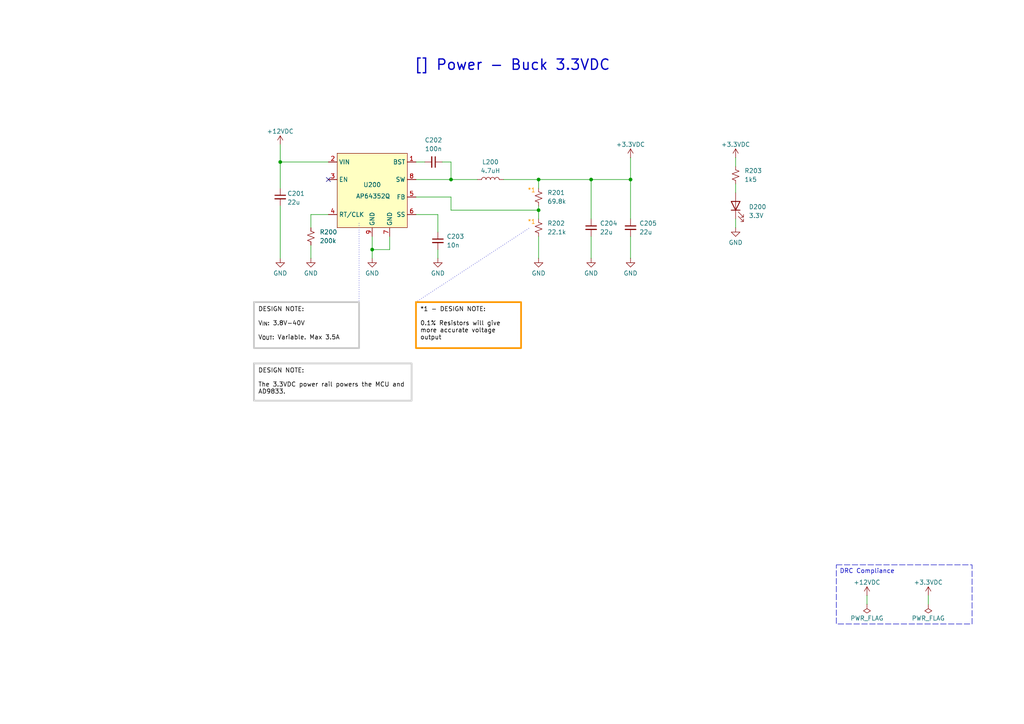
<source format=kicad_sch>
(kicad_sch (version 20250114) (generator "eeschema") (generator_version "9.0")
  (paper "A4")
  (title_block (title "Power - Buck 3.3VDC") (date "2025-07-15") (rev "1.0") (company "Wattle Labs"))
  (lib_symbols
    (symbol "Device:C_Small" (pin_numbers (hide yes)) (pin_names (offset 0.254) (hide yes))
      (property "Reference" "C" (at 0.254 1.778 0))
      (property "Value" "C_Small" (at 0.254 -2.032 0))
      (symbol "C_Small_0_1"
        (polyline (pts (xy -1.524 0.508) (xy 1.524 0.508)) (stroke (width 0.3048)))
        (polyline (pts (xy -1.524 -0.508) (xy 1.524 -0.508)) (stroke (width 0.3302)))
      )
      (symbol "C_Small_1_1"
        (pin passive line (at 0 2.54 270) (length 2.032) (name "~") (number "1"))
        (pin passive line (at 0 -2.54 90) (length 2.032) (name "~") (number "2"))
      )
    )
    (symbol "Device:L" (pin_numbers (hide yes)) (pin_names (offset 1.016) (hide yes))
      (property "Reference" "L" (at -1.27 0 90))
      (property "Value" "L" (at 1.905 0 90))
      (symbol "L_0_1"
        (arc (start 0 2.54) (mid 0.6323 1.905) (end 0 1.27))
        (arc (start 0 1.27) (mid 0.6323 0.635) (end 0 0))
        (arc (start 0 0) (mid 0.6323 -0.635) (end 0 -1.27))
        (arc (start 0 -1.27) (mid 0.6323 -1.905) (end 0 -2.54))
      )
      (symbol "L_1_1"
        (pin passive line (at 0 3.81 270) (length 1.27) (name "1") (number "1"))
        (pin passive line (at 0 -3.81 90) (length 1.27) (name "2") (number "2"))
      )
    )
    (symbol "Device:LED" (pin_numbers (hide yes)) (pin_names (offset 1.016) (hide yes))
      (property "Reference" "D" (at 0 2.54 0))
      (property "Value" "LED" (at 0 -2.54 0))
      (symbol "LED_0_1"
        (polyline (pts (xy -3.048 -0.762) (xy -4.572 -2.286) (xy -3.81 -2.286) (xy -4.572 -2.286) (xy -4.572 -1.524)))
        (polyline (pts (xy -1.778 -0.762) (xy -3.302 -2.286) (xy -2.54 -2.286) (xy -3.302 -2.286) (xy -3.302 -1.524)))
        (polyline (pts (xy -1.27 0) (xy 1.27 0)))
        (polyline (pts (xy -1.27 -1.27) (xy -1.27 1.27)) (stroke (width 0.254)))
        (polyline (pts (xy 1.27 -1.27) (xy 1.27 1.27) (xy -1.27 0) (xy 1.27 -1.27)) (stroke (width 0.254)))
      )
      (symbol "LED_1_1"
        (pin passive line (at -3.81 0 0) (length 2.54) (name "K") (number "1"))
        (pin passive line (at 3.81 0 180) (length 2.54) (name "A") (number "2"))
      )
    )
    (symbol "Device:R_Small_US" (pin_numbers (hide yes)) (pin_names (offset 0.254) (hide yes))
      (property "Reference" "R" (at 0.762 0.508 0))
      (property "Value" "R_Small_US" (at 0.762 -1.016 0))
      (symbol "R_Small_US_1_1"
        (polyline (pts (xy 0 1.524) (xy 1.016 1.143) (xy 0 0.762) (xy -1.016 0.381) (xy 0 0)))
        (polyline (pts (xy 0 0) (xy 1.016 -0.381) (xy 0 -0.762) (xy -1.016 -1.143) (xy 0 -1.524)))
        (pin passive line (at 0 2.54 270) (length 1.016) (name "~") (number "1"))
        (pin passive line (at 0 -2.54 90) (length 1.016) (name "~") (number "2"))
      )
    )
    (symbol "GND_1" (power) (pin_numbers (hide yes)) (pin_names (offset 0))
      (property "Value" "GND" (at 0 -3.81 0))
      (symbol "GND_1_0_1"
        (polyline (pts (xy 0 0) (xy 0 -1.27) (xy 1.27 -1.27) (xy 0 -2.54) (xy -1.27 -1.27) (xy 0 -1.27)))
      )
      (symbol "GND_1_1_1"
        (pin power_in line (at 0 0 270) (length 0) (name "~") (number "1"))
      )
    )
    (symbol "Wattle_Regulators:AP64352Q"
      (property "Reference" "U" (at 0 1.524 0))
      (property "Value" "AP64352Q" (at 0 -2.794 0))
      (symbol "AP64352Q_1_1"
        (rectangle (start -10.16 8.89) (end 10.16 -12.7) (fill (type background)))
        (pin power_in line (at -12.7 6.35 0) (length 2.54) (name "VIN") (number "2"))
        (pin input line (at -12.7 1.27 0) (length 2.54) (name "EN") (number "3"))
        (pin input line (at -12.7 -8.89 0) (length 2.54) (name "RT/CLK") (number "4"))
        (pin passive line (at 0 -15.24 90) (length 2.54) (name "GND") (number "9"))
        (pin passive line (at 5.08 -15.24 90) (length 2.54) (name "GND") (number "7"))
        (pin input line (at 12.7 6.35 180) (length 2.54) (name "BST") (number "1"))
        (pin power_out line (at 12.7 1.27 180) (length 2.54) (name "SW") (number "8"))
        (pin input line (at 12.7 -3.81 180) (length 2.54) (name "FB") (number "5"))
        (pin input line (at 12.7 -8.89 180) (length 2.54) (name "SS") (number "6"))
      )
    )
    (symbol "power:+12V" (power) (pin_numbers (hide yes)) (pin_names (offset 0) (hide yes))
      (property "Value" "+12V" (at 0 3.556 0))
      (symbol "+12V_0_1"
        (polyline (pts (xy -0.762 1.27) (xy 0 2.54)))
        (polyline (pts (xy 0 2.54) (xy 0.762 1.27)))
        (polyline (pts (xy 0 0) (xy 0 2.54)))
      )
      (symbol "+12V_1_1"
        (pin power_in line (at 0 0 90) (length 0) (name "~") (number "1"))
      )
    )
    (symbol "power:+36V" (power) (pin_numbers (hide yes)) (pin_names (offset 0) (hide yes))
      (property "Value" "+36V" (at 0 3.556 0))
      (symbol "+36V_0_1"
        (polyline (pts (xy -0.762 1.27) (xy 0 2.54)))
        (polyline (pts (xy 0 2.54) (xy 0.762 1.27)))
        (polyline (pts (xy 0 0) (xy 0 2.54)))
      )
      (symbol "+36V_1_1"
        (pin power_in line (at 0 0 90) (length 0) (name "~") (number "1"))
      )
    )
    (symbol "power:+5V" (power) (pin_numbers (hide yes)) (pin_names (offset 0) (hide yes))
      (property "Value" "+5V" (at 0 3.556 0))
      (symbol "+5V_0_1"
        (polyline (pts (xy -0.762 1.27) (xy 0 2.54)))
        (polyline (pts (xy 0 2.54) (xy 0.762 1.27)))
        (polyline (pts (xy 0 0) (xy 0 2.54)))
      )
      (symbol "+5V_1_1"
        (pin power_in line (at 0 0 90) (length 0) (name "~") (number "1"))
      )
    )
    (symbol "power:PWR_FLAG" (power) (pin_numbers (hide yes)) (pin_names (offset 0) (hide yes))
      (property "Value" "PWR_FLAG" (at 0 3.81 0))
      (symbol "PWR_FLAG_0_0"
        (pin power_out line (at 0 0 90) (length 0) (name "~") (number "1"))
      )
      (symbol "PWR_FLAG_0_1"
        (polyline (pts (xy 0 0) (xy 0 1.27) (xy -1.016 1.905) (xy 0 2.54) (xy 1.016 1.905) (xy 0 1.27)))
      )
    )
  )
  (text "*1" (at 154.178 55.372 0) (effects (font (size 1.27 1.27))))
  (text "*1" (at 154.178 64.516 0) (effects (font (size 1.27 1.27))))
  (text_box "DRC Compliance" (at 242.57 163.83 0) (size 39.37 17.145) (margins 0.9525 0.9525 0.9525 0.9525) (stroke (width 0) (type dash)) (effects (font (size 1.27 1.27)) (justify left top)))
  (text_box "DESIGN NOTE:\n\nV_{IN}: 3.8V-40V\n\nV_{OUT}: Variable. Max 3.5A" (at 73.66 87.63 0) (size 30.48 13.335) (margins 1.2025 1.2025 1.2025 1.2025) (stroke (width 0.5) (color 200 200 200 1)) (effects (font (size 1.27 1.27)) (justify left top)))
  (text_box "[${#}] ${TITLE}" (at 12.065 12.065 0) (size 273.05 13.335) (margins 2.2499 2.2499 2.2499 2.2499) (stroke (width -0.0001)) (effects (font (size 3 3) (thickness 0.375))))
  (text_box "*1 - DESIGN NOTE:\n\n0.1% Resistors will give more accurate voltage output" (at 120.65 87.63 0) (size 30.48 13.335) (margins 1.2025 1.2025 1.2025 1.2025) (stroke (width 0.5) (color 255 153 0 1)) (effects (font (size 1.27 1.27)) (justify left top)))
  (text_box "DESIGN NOTE:\n\nThe 3.3VDC power rail powers the MCU and AD9833." (at 73.66 105.41 0) (size 45.72 10.795) (margins 1.2025 1.2025 1.2025 1.2025) (stroke (width 0.5) (color 200 200 200 1)) (effects (font (size 1.27 1.27)) (justify left top)))
  (junction (at 130.81 52.07))
  (junction (at 156.21 60.96))
  (junction (at 182.88 52.07))
  (junction (at 107.95 72.39))
  (junction (at 81.28 46.99))
  (junction (at 156.21 52.07))
  (junction (at 171.45 52.07))
  (no_connect (at 95.25 52.07))
  (wire (pts (xy 171.45 68.58) (xy 171.45 74.93)))
  (wire (pts (xy 107.95 68.58) (xy 107.95 72.39)))
  (wire (pts (xy 127 62.23) (xy 127 67.31)))
  (polyline (pts (xy 120.65 87.63) (xy 153.67 66.04)) (stroke (width 0) (type dot)))
  (wire (pts (xy 107.95 72.39) (xy 107.95 74.93)))
  (wire (pts (xy 182.88 52.07) (xy 182.88 63.5)))
  (wire (pts (xy 146.05 52.07) (xy 156.21 52.07)))
  (wire (pts (xy 213.36 63.5) (xy 213.36 66.04)))
  (wire (pts (xy 120.65 46.99) (xy 123.19 46.99)))
  (wire (pts (xy 120.65 57.15) (xy 130.81 57.15)))
  (wire (pts (xy 120.65 62.23) (xy 127 62.23)))
  (wire (pts (xy 171.45 52.07) (xy 171.45 63.5)))
  (wire (pts (xy 90.17 62.23) (xy 90.17 66.04)))
  (wire (pts (xy 251.46 172.72) (xy 251.46 175.26)))
  (wire (pts (xy 90.17 74.93) (xy 90.17 71.12)))
  (wire (pts (xy 113.03 68.58) (xy 113.03 72.39)))
  (wire (pts (xy 130.81 60.96) (xy 130.81 57.15)))
  (wire (pts (xy 81.28 46.99) (xy 81.28 54.61)))
  (wire (pts (xy 156.21 60.96) (xy 156.21 59.69)))
  (wire (pts (xy 130.81 52.07) (xy 138.43 52.07)))
  (wire (pts (xy 120.65 52.07) (xy 130.81 52.07)))
  (wire (pts (xy 156.21 68.58) (xy 156.21 74.93)))
  (wire (pts (xy 182.88 68.58) (xy 182.88 74.93)))
  (wire (pts (xy 81.28 41.91) (xy 81.28 46.99)))
  (wire (pts (xy 156.21 52.07) (xy 171.45 52.07)))
  (wire (pts (xy 130.81 60.96) (xy 156.21 60.96)))
  (wire (pts (xy 130.81 46.99) (xy 130.81 52.07)))
  (wire (pts (xy 213.36 45.72) (xy 213.36 48.26)))
  (wire (pts (xy 127 72.39) (xy 127 74.93)))
  (wire (pts (xy 213.36 53.34) (xy 213.36 55.88)))
  (polyline (pts (xy 104.14 64.77) (xy 104.14 87.63)) (stroke (width 0) (type dot)))
  (wire (pts (xy 156.21 60.96) (xy 156.21 63.5)))
  (wire (pts (xy 182.88 45.72) (xy 182.88 52.07)))
  (wire (pts (xy 171.45 52.07) (xy 182.88 52.07)))
  (wire (pts (xy 81.28 46.99) (xy 95.25 46.99)))
  (wire (pts (xy 107.95 72.39) (xy 113.03 72.39)))
  (wire (pts (xy 95.25 62.23) (xy 90.17 62.23)))
  (wire (pts (xy 269.24 172.72) (xy 269.24 175.26)))
  (wire (pts (xy 156.21 52.07) (xy 156.21 54.61)))
  (wire (pts (xy 128.27 46.99) (xy 130.81 46.99)))
  (wire (pts (xy 81.28 59.69) (xy 81.28 74.93)))
  (symbol (lib_name "GND_1") (lib_id "power:GND") (at 127 74.93 0) (unit 1)
    (property "Reference" "#PWR0204" (effects (hide yes)))
    (property "Value" "GND" (at 127 79.248 0))
    (property "Description" "Power symbol creates a global label with name \"GND\" , ground" (effects (hide yes)))
  )
  (symbol (lib_name "GND_1") (lib_id "power:GND") (at 213.36 66.04 0) (unit 1)
    (property "Reference" "#PWR0112" (effects (hide yes)))
    (property "Value" "GND" (at 213.36 70.358 0))
    (property "Description" "Power symbol creates a global label with name \"GND\" , ground" (effects (hide yes)))
  )
  (symbol (lib_name "GND_1") (lib_id "power:GND") (at 182.88 74.93 0) (unit 1)
    (property "Reference" "#PWR0208" (effects (hide yes)))
    (property "Value" "GND" (at 182.88 79.248 0))
    (property "Description" "Power symbol creates a global label with name \"GND\" , ground" (effects (hide yes)))
  )
  (symbol (lib_name "GND_1") (lib_id "power:GND") (at 156.21 74.93 0) (unit 1)
    (property "Reference" "#PWR0205" (effects (hide yes)))
    (property "Value" "GND" (at 156.21 79.248 0))
    (property "Description" "Power symbol creates a global label with name \"GND\" , ground" (effects (hide yes)))
  )
  (symbol (lib_id "Device:C_Small") (at 127 69.85 0) (unit 1)
    (property "Reference" "C203" (at 129.54 68.5862 0) (effects (justify left)))
    (property "Value" "10n" (at 129.54 71.1262 0) (effects (justify left)))
    (property "Footprint" "Capacitor_SMD:C_0603_1608Metric" (effects (hide yes)))
    (property "Description" "CAP CER 10nF (10000p or 0.01u) 16V X7R 0603" (effects (hide yes)))
    (property "Digikey_PN" "311-3369-1-ND" (effects (hide yes)))
  )
  (symbol (lib_id "power:+36V") (at 269.24 172.72 0) (unit 1)
    (property "Reference" "#PWR0610" (effects (hide yes)))
    (property "Value" "+3.3VDC" (at 269.24 168.91 0))
    (property "Description" "Power symbol creates a global label with name \"+36V\"" (effects (hide yes)))
  )
  (symbol (lib_id "power:+36V") (at 251.46 172.72 0) (unit 1)
    (property "Reference" "#PWR0609" (effects (hide yes)))
    (property "Value" "+12VDC" (at 251.46 168.91 0))
    (property "Description" "Power symbol creates a global label with name \"+36V\"" (effects (hide yes)))
  )
  (symbol (lib_id "Device:C_Small") (at 182.88 66.04 0) (unit 1)
    (property "Reference" "C205" (at 185.42 64.7762 0) (effects (justify left)))
    (property "Value" "22u" (at 185.42 67.3162 0) (effects (justify left)))
    (property "Footprint" "Capacitor_SMD:C_0805_2012Metric" (effects (hide yes)))
    (property "Description" "CAP CER 22UF 35V X5R 0805" (effects (hide yes)))
    (property "Digikey_PN" "445-14428-1-ND" (effects (hide yes)))
  )
  (symbol (lib_id "power:PWR_FLAG") (at 251.46 175.26 180) (unit 1)
    (property "Reference" "#FLG0603" (effects (hide yes)))
    (property "Value" "PWR_FLAG" (at 251.46 179.324 0))
    (property "Description" "Special symbol for telling ERC where power comes from" (effects (hide yes)))
  )
  (symbol (lib_id "Device:R_Small_US") (at 213.36 50.8 0) (unit 1)
    (property "Reference" "R203" (at 215.9 49.5299 0) (effects (justify left)))
    (property "Value" "1k5" (at 215.9 52.0699 0) (effects (justify left)))
    (property "Footprint" "Resistor_SMD:R_0603_1608Metric" (effects (hide yes)))
    (property "Description" "1.5 kOhms ±5% 0.1W, 1/10W Chip Resistor 0603 (1608 Metric) Moisture Resistant Thick Film" (effects (hide yes)))
    (property "Digikey_PN" "311-1.5KGRCT-ND" (effects (hide yes)))
  )
  (symbol (lib_id "Device:C_Small") (at 81.28 57.15 0) (unit 1)
    (property "Reference" "C201" (at 83.312 56.134 0) (effects (justify left)))
    (property "Value" "22u" (at 83.312 58.674 0) (effects (justify left)))
    (property "Footprint" "Capacitor_SMD:C_0805_2012Metric" (effects (hide yes)))
    (property "Description" "CAP CER 22UF 35V X5R 080" (effects (hide yes)))
    (property "Digikey_PN" "445-14428-1-ND" (effects (hide yes)))
  )
  (symbol (lib_id "power:+5V") (at 213.36 45.72 0) (unit 1)
    (property "Reference" "#PWR0111" (effects (hide yes)))
    (property "Value" "+3.3VDC" (at 213.36 41.91 0))
    (property "Description" "Power symbol creates a global label with name \"+5V\"" (effects (hide yes)))
  )
  (symbol (lib_id "power:+5V") (at 182.88 45.72 0) (unit 1)
    (property "Reference" "#PWR0207" (effects (hide yes)))
    (property "Value" "+3.3VDC" (at 182.88 41.91 0))
    (property "Description" "Power symbol creates a global label with name \"+5V\"" (effects (hide yes)))
  )
  (symbol (lib_id "power:+12V") (at 81.28 41.91 0) (unit 1)
    (property "Reference" "#PWR0200" (effects (hide yes)))
    (property "Value" "+12VDC" (at 81.28 38.1 0))
  )
  (symbol (lib_id "Device:R_Small_US") (at 156.21 57.15 0) (unit 1)
    (property "Reference" "R201" (at 158.75 55.8799 0) (effects (justify left)))
    (property "Value" "69.8k" (at 158.75 58.4199 0) (effects (justify left)))
    (property "Footprint" "Resistor_SMD:R_0603_1608Metric" (effects (hide yes)))
    (property "Digikey_PN" "2019-RN73R1JTTD6982B25CT-ND" (effects (hide yes)))
  )
  (symbol (lib_id "Device:L") (at 142.24 52.07 90) (unit 1)
    (property "Reference" "L200" (at 142.24 46.99 90))
    (property "Value" "4.7uH" (at 142.24 49.53 90))
    (property "Footprint" "Wattle_Inductors:Bournes_SRP4020TA-4R7M" (effects (hide yes)))
    (property "Description" "4.7 µH Shielded Drum Core, Wirewound Inductor 2.6 A 105mOhm Max 2-SMD" (effects (hide yes)))
    (property "Digikey_PN" "SRP4020TA-4R7MCT-ND" (effects (hide yes)))
  )
  (symbol (lib_id "Device:LED") (at 213.36 59.69 90) (unit 1)
    (property "Reference" "D200" (at 217.17 60.0074 90) (effects (justify right)))
    (property "Value" "3.3V" (at 217.17 62.5474 90) (effects (justify right)))
    (property "Footprint" "LED_SMD:LED_0603_1608Metric" (effects (hide yes)))
    (property "Description" "Light emitting diode" (effects (hide yes)))
    (property "Digikey_PN" "732-4978-1-ND" (effects (hide yes)))
  )
  (symbol (lib_name "GND_1") (lib_id "power:GND") (at 90.17 74.93 0) (unit 1)
    (property "Reference" "#PWR0202" (effects (hide yes)))
    (property "Value" "GND" (at 90.17 79.248 0))
    (property "Description" "Power symbol creates a global label with name \"GND\" , ground" (effects (hide yes)))
  )
  (symbol (lib_name "GND_1") (lib_id "power:GND") (at 171.45 74.93 0) (unit 1)
    (property "Reference" "#PWR0206" (effects (hide yes)))
    (property "Value" "GND" (at 171.45 79.248 0))
    (property "Description" "Power symbol creates a global label with name \"GND\" , ground" (effects (hide yes)))
  )
  (symbol (lib_name "GND_1") (lib_id "power:GND") (at 107.95 74.93 0) (unit 1)
    (property "Reference" "#PWR0203" (effects (hide yes)))
    (property "Value" "GND" (at 107.95 79.248 0))
    (property "Description" "Power symbol creates a global label with name \"GND\" , ground" (effects (hide yes)))
  )
  (symbol (lib_id "Device:R_Small_US") (at 156.21 66.04 0) (unit 1)
    (property "Reference" "R202" (at 158.75 64.7699 0) (effects (justify left)))
    (property "Value" "22.1k" (at 158.75 67.3099 0) (effects (justify left)))
    (property "Footprint" "Resistor_SMD:R_0603_1608Metric" (effects (hide yes)))
    (property "Description" "22.1 kOhms ±0.1% 0.1W, 1/10W Chip Resistor 0603 Thin Film" (effects (hide yes)))
    (property "Digikey_PN" "YAG1590CT-ND" (effects (hide yes)))
  )
  (symbol (lib_name "GND_1") (lib_id "power:GND") (at 81.28 74.93 0) (unit 1)
    (property "Reference" "#PWR0201" (effects (hide yes)))
    (property "Value" "GND" (at 81.28 79.248 0))
    (property "Description" "Power symbol creates a global label with name \"GND\" , ground" (effects (hide yes)))
  )
  (symbol (lib_id "Device:C_Small") (at 125.73 46.99 270) (unit 1)
    (property "Reference" "C202" (at 125.7236 40.64 90))
    (property "Value" "100n" (at 125.7236 43.18 90))
    (property "Footprint" "Capacitor_SMD:C_0603_1608Metric" (effects (hide yes)))
    (property "Description" "Ceramic" (effects (hide yes)))
    (property "Supplier" "https://www.digikey.co.nz/en/products/detail/kemet/C0603C103J3GACTU/2199742" (effects (hide yes)))
    (property "Digikey_PN" "399-C0603C104K4RACTUCT-ND" (effects (hide yes)))
  )
  (symbol (lib_id "Wattle_Regulators:AP64352Q") (at 107.95 53.34 0) (unit 1)
    (property "Reference" "U200" (at 107.95 53.594 0))
    (property "Value" "AP64352Q" (at 108.204 56.896 0))
    (property "Footprint" "Wattle_Regulators:AP64352QSP-13" (effects (hide yes)))
    (property "Datasheet" "https://www.diodes.com/assets/Datasheets/AP64352Q.pdf" (effects (hide yes)))
    (property "Description" "3.5A Synchronous Buck Converter" (effects (hide yes)))
    (property "Supplier" "https://www.digikey.co.nz/en/products/detail/diodes-incorporated/AP64352QSP-13/12349255?s=N4IgTCBcDaIIIAUBsAWAzAVjARRAXQF8g" (effects (hide yes)))
    (property "Digikey_PN" "31-AP64352QSP-13CT-ND" (effects (hide yes)))
  )
  (symbol (lib_id "power:PWR_FLAG") (at 269.24 175.26 180) (unit 1)
    (property "Reference" "#FLG0604" (effects (hide yes)))
    (property "Value" "PWR_FLAG" (at 269.24 179.324 0))
    (property "Description" "Special symbol for telling ERC where power comes from" (effects (hide yes)))
  )
  (symbol (lib_id "Device:C_Small") (at 171.45 66.04 0) (unit 1)
    (property "Reference" "C204" (at 173.99 64.7762 0) (effects (justify left)))
    (property "Value" "22u" (at 173.99 67.3162 0) (effects (justify left)))
    (property "Footprint" "Capacitor_SMD:C_0805_2012Metric" (effects (hide yes)))
    (property "Description" "CAP CER 22UF 35V X5R 0805" (effects (hide yes)))
    (property "Digikey_PN" "445-14428-1-ND" (effects (hide yes)))
  )
  (symbol (lib_id "Device:R_Small_US") (at 90.17 68.58 0) (unit 1)
    (property "Reference" "R200" (at 92.71 67.3099 0) (effects (justify left)))
    (property "Value" "200k" (at 92.71 69.8499 0) (effects (justify left)))
    (property "Footprint" "Resistor_SMD:R_0603_1608Metric" (effects (hide yes)))
    (property "Description" "RES 200K OHM 1% 1/10W 0603" (effects (hide yes)))
    (property "Digikey_PN" "MCT0603-200K-CFCT-ND" (effects (hide yes)))
  )
)
</source>
